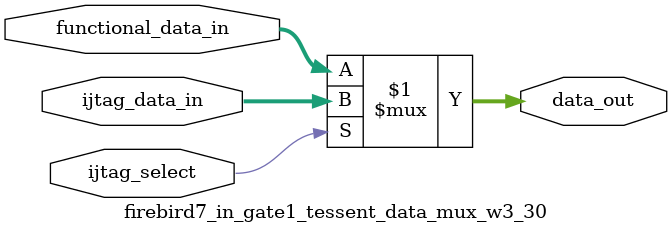
<source format=sv>

module firebird7_in_gate1_tessent_data_mux_w3_30 (
  input wire ijtag_select,
  input wire [2:0]  functional_data_in,
  input wire [2:0]  ijtag_data_in,
  output wire [2:0] data_out
);
assign data_out = (ijtag_select) ? ijtag_data_in : functional_data_in;
endmodule

</source>
